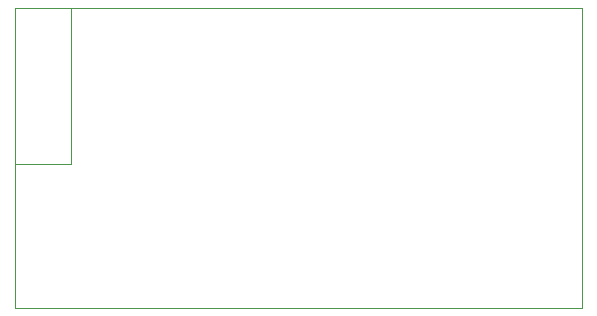
<source format=gbr>
%TF.GenerationSoftware,KiCad,Pcbnew,7.0.9*%
%TF.CreationDate,2024-05-05T23:36:38+02:00*%
%TF.ProjectId,esp32_c3_custom_board,65737033-325f-4633-935f-637573746f6d,rev?*%
%TF.SameCoordinates,Original*%
%TF.FileFunction,Profile,NP*%
%FSLAX46Y46*%
G04 Gerber Fmt 4.6, Leading zero omitted, Abs format (unit mm)*
G04 Created by KiCad (PCBNEW 7.0.9) date 2024-05-05 23:36:38*
%MOMM*%
%LPD*%
G01*
G04 APERTURE LIST*
%TA.AperFunction,Profile*%
%ADD10C,0.100000*%
%TD*%
G04 APERTURE END LIST*
D10*
X110540800Y-131114800D02*
X158597600Y-131114800D01*
X158597600Y-156514800D01*
X110540800Y-156514800D01*
X110540800Y-131114800D01*
X110540800Y-131114800D02*
X115316000Y-131114800D01*
X115316000Y-144373600D01*
X110540800Y-144373600D01*
X110540800Y-131114800D01*
M02*

</source>
